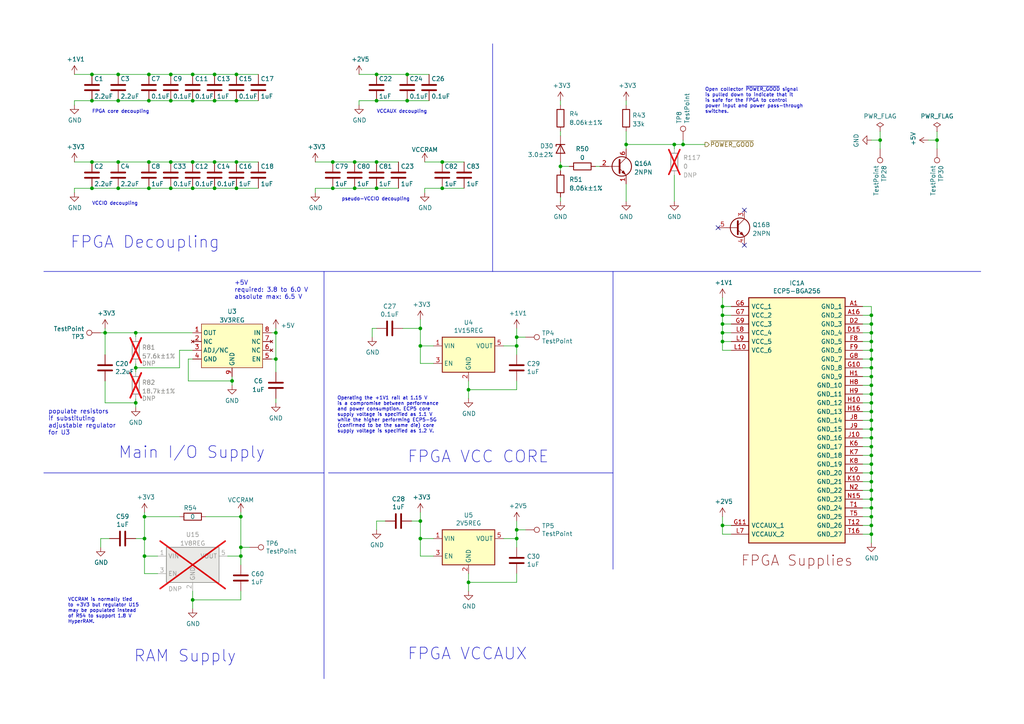
<source format=kicad_sch>
(kicad_sch (version 20231120) (generator "eeschema") (generator_version "8.0")
  (paper "A4")
  (title_block (title "Cynthion") (date "${DATE}") (rev "${VERSION}") (company "Copyright 2019-2023 Great Scott Gadgets") (comment 1 "Licensed under the CERN-OHL-P v2"))
  (junction (at 102.87 54.61))
  (junction (at 68.58 29.21))
  (junction (at 39.37 96.52))
  (junction (at 252.73 114.3))
  (junction (at 209.55 96.52))
  (junction (at 271.78 40.64))
  (junction (at 252.73 154.94))
  (junction (at 68.58 21.59))
  (junction (at 62.23 21.59))
  (junction (at 128.27 46.99))
  (junction (at 69.85 158.75))
  (junction (at 252.73 147.32))
  (junction (at 209.55 99.06))
  (junction (at 252.73 106.68))
  (junction (at 252.73 139.7))
  (junction (at 26.67 21.59))
  (junction (at 62.23 54.61))
  (junction (at 252.73 124.46))
  (junction (at 209.55 152.4))
  (junction (at 181.61 41.91))
  (junction (at 49.53 46.99))
  (junction (at 26.67 54.61))
  (junction (at 209.55 88.9))
  (junction (at 43.18 21.59))
  (junction (at 252.73 142.24))
  (junction (at 109.22 46.99))
  (junction (at 49.53 29.21))
  (junction (at 252.73 129.54))
  (junction (at 69.85 149.86))
  (junction (at 26.67 46.99))
  (junction (at 252.73 104.14))
  (junction (at 252.73 132.08))
  (junction (at 252.73 91.44))
  (junction (at 55.88 54.61))
  (junction (at 41.91 156.21))
  (junction (at 135.89 113.03))
  (junction (at 34.29 46.99))
  (junction (at 252.73 144.78))
  (junction (at 121.92 100.33))
  (junction (at 41.91 161.29))
  (junction (at 55.88 21.59))
  (junction (at 43.18 54.61))
  (junction (at 195.58 41.91))
  (junction (at 49.53 54.61))
  (junction (at 209.55 93.98))
  (junction (at 68.58 46.99))
  (junction (at 252.73 96.52))
  (junction (at 149.86 156.21))
  (junction (at 252.73 137.16))
  (junction (at 43.18 46.99))
  (junction (at 121.92 151.13))
  (junction (at 49.53 21.59))
  (junction (at 55.88 29.21))
  (junction (at 34.29 54.61))
  (junction (at 252.73 99.06))
  (junction (at 34.29 21.59))
  (junction (at 252.73 116.84))
  (junction (at 252.73 119.38))
  (junction (at 162.56 48.26))
  (junction (at 252.73 149.86))
  (junction (at 55.88 173.99))
  (junction (at 121.92 95.25))
  (junction (at 55.88 46.99))
  (junction (at 96.52 54.61))
  (junction (at 67.31 110.49))
  (junction (at 68.58 54.61))
  (junction (at 41.91 149.86))
  (junction (at 149.86 97.79))
  (junction (at 96.52 46.99))
  (junction (at 30.48 96.52))
  (junction (at 252.73 127))
  (junction (at 252.73 152.4))
  (junction (at 252.73 111.76))
  (junction (at 149.86 153.67))
  (junction (at 118.11 29.21))
  (junction (at 80.01 104.14))
  (junction (at 39.37 106.68))
  (junction (at 62.23 46.99))
  (junction (at 149.86 100.33))
  (junction (at 118.11 21.59))
  (junction (at 252.73 121.92))
  (junction (at 69.85 161.29))
  (junction (at 26.67 29.21))
  (junction (at 109.22 21.59))
  (junction (at 34.29 29.21))
  (junction (at 255.27 40.64))
  (junction (at 109.22 54.61))
  (junction (at 80.01 96.52))
  (junction (at 43.18 29.21))
  (junction (at 252.73 109.22))
  (junction (at 109.22 29.21))
  (junction (at 128.27 54.61))
  (junction (at 252.73 93.98))
  (junction (at 39.37 116.84))
  (junction (at 252.73 101.6))
  (junction (at 102.87 46.99))
  (junction (at 252.73 134.62))
  (junction (at 121.92 156.21))
  (junction (at 62.23 29.21))
  (junction (at 135.89 168.91))
  (junction (at 209.55 91.44))
  (junction (at 198.12 41.91))
  (no_connect (at 208.28 66.04))
  (no_connect (at 215.9 60.96))
  (no_connect (at 215.9 71.12))
  (wire (pts (xy 39.37 156.21) (xy 41.91 156.21)))
  (wire (pts (xy 250.19 127) (xy 252.73 127)))
  (wire (pts (xy 149.86 97.79) (xy 152.4 97.79)))
  (wire (pts (xy 91.44 46.99) (xy 96.52 46.99)))
  (wire (pts (xy 55.88 104.14) (xy 54.61 104.14)))
  (wire (pts (xy 250.19 137.16) (xy 252.73 137.16)))
  (wire (pts (xy 54.61 110.49) (xy 67.31 110.49)))
  (wire (pts (xy 45.72 161.29) (xy 41.91 161.29)))
  (wire (pts (xy 30.48 96.52) (xy 30.48 102.87)))
  (wire (pts (xy 121.92 156.21) (xy 121.92 161.29)))
  (wire (pts (xy 209.55 101.6) (xy 212.09 101.6)))
  (wire (pts (xy 68.58 29.21) (xy 62.23 29.21)))
  (wire (pts (xy 195.58 43.18) (xy 195.58 41.91)))
  (wire (pts (xy 209.55 91.44) (xy 209.55 93.98)))
  (wire (pts (xy 134.62 54.61) (xy 128.27 54.61)))
  (wire (pts (xy 252.73 119.38) (xy 252.73 121.92)))
  (wire (pts (xy 212.09 96.52) (xy 209.55 96.52)))
  (wire (pts (xy 209.55 99.06) (xy 209.55 101.6)))
  (wire (pts (xy 39.37 116.84) (xy 39.37 118.11)))
  (wire (pts (xy 195.58 41.91) (xy 198.12 41.91)))
  (wire (pts (xy 39.37 106.68) (xy 52.07 106.68)))
  (wire (pts (xy 69.85 173.99) (xy 55.88 173.99)))
  (wire (pts (xy 271.78 43.18) (xy 271.78 40.64)))
  (wire (pts (xy 68.58 46.99) (xy 74.93 46.99)))
  (wire (pts (xy 252.73 124.46) (xy 252.73 127)))
  (wire (pts (xy 252.73 106.68) (xy 252.73 109.22)))
  (wire (pts (xy 250.19 134.62) (xy 252.73 134.62)))
  (wire (pts (xy 80.01 104.14) (xy 80.01 96.52)))
  (wire (pts (xy 250.19 111.76) (xy 252.73 111.76)))
  (wire (pts (xy 252.73 147.32) (xy 252.73 149.86)))
  (wire (pts (xy 80.01 115.57) (xy 80.01 116.84)))
  (wire (pts (xy 121.92 105.41) (xy 125.73 105.41)))
  (wire (pts (xy 109.22 153.67) (xy 109.22 151.13)))
  (wire (pts (xy 250.19 114.3) (xy 252.73 114.3)))
  (wire (pts (xy 69.85 158.75) (xy 69.85 161.29)))
  (wire (pts (xy 209.55 149.86) (xy 209.55 152.4)))
  (wire (pts (xy 149.86 95.25) (xy 149.86 97.79)))
  (wire (pts (xy 252.73 101.6) (xy 252.73 104.14)))
  (wire (pts (xy 252.73 149.86) (xy 252.73 152.4)))
  (wire (pts (xy 149.86 153.67) (xy 149.86 156.21)))
  (wire (pts (xy 212.09 99.06) (xy 209.55 99.06)))
  (wire (pts (xy 26.67 54.61) (xy 34.29 54.61)))
  (wire (pts (xy 121.92 151.13) (xy 121.92 156.21)))
  (wire (pts (xy 107.95 97.79) (xy 107.95 95.25)))
  (wire (pts (xy 250.19 119.38) (xy 252.73 119.38)))
  (polyline (pts (xy 93.98 78.74) (xy 93.98 196.85)))
  (wire (pts (xy 109.22 29.21) (xy 104.14 29.21)))
  (wire (pts (xy 41.91 156.21) (xy 41.91 161.29)))
  (wire (pts (xy 123.19 46.99) (xy 128.27 46.99)))
  (wire (pts (xy 62.23 21.59) (xy 68.58 21.59)))
  (wire (pts (xy 252.73 142.24) (xy 252.73 144.78)))
  (wire (pts (xy 162.56 38.1) (xy 162.56 39.37)))
  (wire (pts (xy 212.09 152.4) (xy 209.55 152.4)))
  (wire (pts (xy 212.09 91.44) (xy 209.55 91.44)))
  (wire (pts (xy 104.14 29.21) (xy 104.14 30.48)))
  (wire (pts (xy 255.27 40.64) (xy 255.27 38.1)))
  (wire (pts (xy 68.58 54.61) (xy 62.23 54.61)))
  (wire (pts (xy 162.56 57.15) (xy 162.56 58.42)))
  (wire (pts (xy 252.73 99.06) (xy 252.73 101.6)))
  (wire (pts (xy 172.72 48.26) (xy 173.99 48.26)))
  (wire (pts (xy 250.19 142.24) (xy 252.73 142.24)))
  (wire (pts (xy 41.91 148.59) (xy 41.91 149.86)))
  (wire (pts (xy 250.19 116.84) (xy 252.73 116.84)))
  (wire (pts (xy 250.19 99.06) (xy 252.73 99.06)))
  (wire (pts (xy 146.05 156.21) (xy 149.86 156.21)))
  (wire (pts (xy 252.73 139.7) (xy 252.73 142.24)))
  (wire (pts (xy 250.19 124.46) (xy 252.73 124.46)))
  (wire (pts (xy 116.84 95.25) (xy 121.92 95.25)))
  (wire (pts (xy 39.37 105.41) (xy 39.37 106.68)))
  (wire (pts (xy 181.61 41.91) (xy 195.58 41.91)))
  (wire (pts (xy 118.11 21.59) (xy 124.46 21.59)))
  (wire (pts (xy 26.67 46.99) (xy 34.29 46.99)))
  (wire (pts (xy 181.61 38.1) (xy 181.61 41.91)))
  (wire (pts (xy 54.61 104.14) (xy 54.61 110.49)))
  (wire (pts (xy 162.56 48.26) (xy 165.1 48.26)))
  (wire (pts (xy 181.61 30.48) (xy 181.61 29.21)))
  (wire (pts (xy 67.31 110.49) (xy 67.31 111.76)))
  (wire (pts (xy 250.19 139.7) (xy 252.73 139.7)))
  (wire (pts (xy 252.73 109.22) (xy 252.73 111.76)))
  (wire (pts (xy 252.73 129.54) (xy 252.73 132.08)))
  (wire (pts (xy 250.19 144.78) (xy 252.73 144.78)))
  (polyline (pts (xy 12.7 78.74) (xy 284.48 78.74)))
  (wire (pts (xy 252.73 144.78) (xy 252.73 147.32)))
  (wire (pts (xy 39.37 96.52) (xy 55.88 96.52)))
  (wire (pts (xy 62.23 29.21) (xy 55.88 29.21)))
  (wire (pts (xy 121.92 100.33) (xy 121.92 105.41)))
  (wire (pts (xy 209.55 154.94) (xy 209.55 152.4)))
  (wire (pts (xy 271.78 40.64) (xy 271.78 38.1)))
  (wire (pts (xy 149.86 168.91) (xy 135.89 168.91)))
  (wire (pts (xy 62.23 46.99) (xy 68.58 46.99)))
  (wire (pts (xy 250.19 96.52) (xy 252.73 96.52)))
  (wire (pts (xy 52.07 106.68) (xy 52.07 101.6)))
  (wire (pts (xy 252.73 152.4) (xy 252.73 154.94)))
  (wire (pts (xy 135.89 110.49) (xy 135.89 113.03)))
  (wire (pts (xy 181.61 53.34) (xy 181.61 58.42)))
  (wire (pts (xy 109.22 29.21) (xy 118.11 29.21)))
  (polyline (pts (xy 95.25 137.16) (xy 177.8 137.16)))
  (wire (pts (xy 250.19 149.86) (xy 252.73 149.86)))
  (wire (pts (xy 69.85 148.59) (xy 69.85 149.86)))
  (wire (pts (xy 29.21 158.75) (xy 29.21 156.21)))
  (wire (pts (xy 69.85 149.86) (xy 69.85 158.75)))
  (wire (pts (xy 252.73 93.98) (xy 252.73 96.52)))
  (wire (pts (xy 212.09 154.94) (xy 209.55 154.94)))
  (polyline (pts (xy 93.98 137.16) (xy 12.7 137.16)))
  (wire (pts (xy 135.89 168.91) (xy 135.89 171.45)))
  (wire (pts (xy 109.22 46.99) (xy 115.57 46.99)))
  (wire (pts (xy 250.19 129.54) (xy 252.73 129.54)))
  (wire (pts (xy 43.18 21.59) (xy 49.53 21.59)))
  (wire (pts (xy 80.01 96.52) (xy 78.74 96.52)))
  (wire (pts (xy 209.55 96.52) (xy 209.55 99.06)))
  (wire (pts (xy 149.86 166.37) (xy 149.86 168.91)))
  (polyline (pts (xy 142.875 78.74) (xy 142.875 12.7)))
  (wire (pts (xy 125.73 100.33) (xy 121.92 100.33)))
  (wire (pts (xy 41.91 149.86) (xy 52.07 149.86)))
  (wire (pts (xy 39.37 106.68) (xy 39.37 107.95)))
  (wire (pts (xy 59.69 149.86) (xy 69.85 149.86)))
  (wire (pts (xy 250.19 106.68) (xy 252.73 106.68)))
  (wire (pts (xy 125.73 156.21) (xy 121.92 156.21)))
  (wire (pts (xy 123.19 55.88) (xy 123.19 54.61)))
  (wire (pts (xy 121.92 161.29) (xy 125.73 161.29)))
  (wire (pts (xy 135.89 113.03) (xy 135.89 115.57)))
  (wire (pts (xy 252.73 121.92) (xy 252.73 124.46)))
  (polyline (pts (xy 177.8 78.74) (xy 177.8 165.1)))
  (wire (pts (xy 252.73 114.3) (xy 252.73 116.84)))
  (wire (pts (xy 119.38 151.13) (xy 121.92 151.13)))
  (wire (pts (xy 198.12 41.91) (xy 198.12 40.64)))
  (wire (pts (xy 162.56 29.21) (xy 162.56 30.48)))
  (wire (pts (xy 181.61 43.18) (xy 181.61 41.91)))
  (wire (pts (xy 149.86 158.75) (xy 149.86 156.21)))
  (wire (pts (xy 252.73 132.08) (xy 252.73 134.62)))
  (wire (pts (xy 30.48 96.52) (xy 39.37 96.52)))
  (wire (pts (xy 91.44 54.61) (xy 91.44 55.88)))
  (wire (pts (xy 250.19 147.32) (xy 252.73 147.32)))
  (wire (pts (xy 252.73 137.16) (xy 252.73 139.7)))
  (wire (pts (xy 252.73 134.62) (xy 252.73 137.16)))
  (wire (pts (xy 162.56 46.99) (xy 162.56 48.26)))
  (wire (pts (xy 26.67 29.21) (xy 21.59 29.21)))
  (wire (pts (xy 212.09 88.9) (xy 209.55 88.9)))
  (wire (pts (xy 162.56 48.26) (xy 162.56 49.53)))
  (wire (pts (xy 21.59 21.59) (xy 26.67 21.59)))
  (wire (pts (xy 21.59 46.99) (xy 26.67 46.99)))
  (wire (pts (xy 195.58 50.8) (xy 195.58 58.42)))
  (wire (pts (xy 252.73 127) (xy 252.73 129.54)))
  (wire (pts (xy 69.85 171.45) (xy 69.85 173.99)))
  (wire (pts (xy 250.19 121.92) (xy 252.73 121.92)))
  (wire (pts (xy 149.86 97.79) (xy 149.86 100.33)))
  (wire (pts (xy 121.92 95.25) (xy 121.92 100.33)))
  (wire (pts (xy 39.37 116.84) (xy 39.37 115.57)))
  (wire (pts (xy 109.22 151.13) (xy 111.76 151.13)))
  (wire (pts (xy 55.88 29.21) (xy 49.53 29.21)))
  (wire (pts (xy 72.39 158.75) (xy 69.85 158.75)))
  (wire (pts (xy 252.73 104.14) (xy 252.73 106.68)))
  (wire (pts (xy 96.52 54.61) (xy 91.44 54.61)))
  (wire (pts (xy 26.67 54.61) (xy 21.59 54.61)))
  (wire (pts (xy 149.86 113.03) (xy 135.89 113.03)))
  (wire (pts (xy 209.55 88.9) (xy 209.55 91.44)))
  (wire (pts (xy 96.52 46.99) (xy 102.87 46.99)))
  (wire (pts (xy 34.29 46.99) (xy 43.18 46.99)))
  (wire (pts (xy 121.92 92.71) (xy 121.92 95.25)))
  (wire (pts (xy 124.46 29.21) (xy 118.11 29.21)))
  (wire (pts (xy 250.19 109.22) (xy 252.73 109.22)))
  (wire (pts (xy 252.73 40.64) (xy 255.27 40.64)))
  (wire (pts (xy 49.53 29.21) (xy 43.18 29.21)))
  (wire (pts (xy 41.91 149.86) (xy 41.91 156.21)))
  (wire (pts (xy 128.27 46.99) (xy 134.62 46.99)))
  (wire (pts (xy 212.09 93.98) (xy 209.55 93.98)))
  (wire (pts (xy 135.89 166.37) (xy 135.89 168.91)))
  (wire (pts (xy 34.29 21.59) (xy 43.18 21.59)))
  (wire (pts (xy 55.88 21.59) (xy 62.23 21.59)))
  (wire (pts (xy 121.92 148.59) (xy 121.92 151.13)))
  (wire (pts (xy 209.55 93.98) (xy 209.55 96.52)))
  (wire (pts (xy 55.88 173.99) (xy 55.88 176.53)))
  (wire (pts (xy 115.57 54.61) (xy 109.22 54.61)))
  (wire (pts (xy 41.91 166.37) (xy 45.72 166.37)))
  (wire (pts (xy 250.19 152.4) (xy 252.73 152.4)))
  (wire (pts (xy 252.73 91.44) (xy 252.73 93.98)))
  (wire (pts (xy 104.14 21.59) (xy 109.22 21.59)))
  (wire (pts (xy 55.88 171.45) (xy 55.88 173.99)))
  (wire (pts (xy 43.18 54.61) (xy 49.53 54.61)))
  (wire (pts (xy 252.73 96.52) (xy 252.73 99.06)))
  (wire (pts (xy 21.59 29.21) (xy 21.59 30.48)))
  (wire (pts (xy 34.29 54.61) (xy 43.18 54.61)))
  (wire (pts (xy 62.23 54.61) (xy 55.88 54.61)))
  (wire (pts (xy 250.19 91.44) (xy 252.73 91.44)))
  (wire (pts (xy 30.48 116.84) (xy 30.48 110.49)))
  (wire (pts (xy 68.58 21.59) (xy 74.93 21.59)))
  (wire (pts (xy 209.55 86.36) (xy 209.55 88.9)))
  (wire (pts (xy 255.27 43.18) (xy 255.27 40.64)))
  (wire (pts (xy 109.22 54.61) (xy 102.87 54.61)))
  (wire (pts (xy 250.19 104.14) (xy 252.73 104.14)))
  (wire (pts (xy 252.73 88.9) (xy 252.73 91.44)))
  (wire (pts (xy 107.95 95.25) (xy 109.22 95.25)))
  (wire (pts (xy 198.12 41.91) (xy 204.47 41.91)))
  (wire (pts (xy 49.53 21.59) (xy 55.88 21.59)))
  (wire (pts (xy 146.05 100.33) (xy 149.86 100.33)))
  (wire (pts (xy 55.88 46.99) (xy 62.23 46.99)))
  (wire (pts (xy 78.74 104.14) (xy 80.01 104.14)))
  (wire (pts (xy 109.22 21.59) (xy 118.11 21.59)))
  (wire (pts (xy 66.04 161.29) (xy 69.85 161.29)))
  (wire (pts (xy 250.19 88.9) (xy 252.73 88.9)))
  (wire (pts (xy 30.48 96.52) (xy 30.48 95.25)))
  (wire (pts (xy 41.91 161.29) (xy 41.91 166.37)))
  (wire (pts (xy 34.29 29.21) (xy 43.18 29.21)))
  (wire (pts (xy 102.87 46.99) (xy 109.22 46.99)))
  (wire (pts (xy 152.4 153.67) (xy 149.86 153.67)))
  (wire (pts (xy 250.19 101.6) (xy 252.73 101.6)))
  (wire (pts (xy 250.19 93.98) (xy 252.73 93.98)))
  (wire (pts (xy 149.86 100.33) (xy 149.86 102.87)))
  (wire (pts (xy 96.52 54.61) (xy 102.87 54.61)))
  (wire (pts (xy 39.37 97.79) (xy 39.37 96.52)))
  (wire (pts (xy 250.19 154.94) (xy 252.73 154.94)))
  (wire (pts (xy 269.24 40.64) (xy 271.78 40.64)))
  (wire (pts (xy 69.85 163.83) (xy 69.85 161.29)))
  (wire (pts (xy 80.01 95.25) (xy 80.01 96.52)))
  (wire (pts (xy 29.21 156.21) (xy 31.75 156.21)))
  (wire (pts (xy 21.59 54.61) (xy 21.59 55.88)))
  (wire (pts (xy 149.86 151.13) (xy 149.86 153.67)))
  (wire (pts (xy 123.19 54.61) (xy 128.27 54.61)))
  (wire (pts (xy 49.53 46.99) (xy 55.88 46.99)))
  (wire (pts (xy 43.18 46.99) (xy 49.53 46.99)))
  (wire (pts (xy 67.31 109.22) (xy 67.31 110.49)))
  (wire (pts (xy 252.73 111.76) (xy 252.73 114.3)))
  (wire (pts (xy 26.67 29.21) (xy 34.29 29.21)))
  (wire (pts (xy 74.93 29.21) (xy 68.58 29.21)))
  (wire (pts (xy 30.48 96.52) (xy 29.21 96.52)))
  (wire (pts (xy 80.01 107.95) (xy 80.01 104.14)))
  (wire (pts (xy 49.53 54.61) (xy 55.88 54.61)))
  (wire (pts (xy 30.48 116.84) (xy 39.37 116.84)))
  (wire (pts (xy 52.07 101.6) (xy 55.88 101.6)))
  (wire (pts (xy 26.67 21.59) (xy 34.29 21.59)))
  (wire (pts (xy 252.73 116.84) (xy 252.73 119.38)))
  (wire (pts (xy 74.93 54.61) (xy 68.58 54.61)))
  (wire (pts (xy 149.86 110.49) (xy 149.86 113.03)))
  (wire (pts (xy 250.19 132.08) (xy 252.73 132.08)))
  (wire (pts (xy 252.73 154.94) (xy 252.73 157.48)))
  (text "VCCIO decoupling" (at 26.67 59.69 0) (effects (font (size 0.9906 0.9906)) (justify left bottom)))
  (text "FPGA VCC CORE" (at 118.11 134.62 0) (effects (font (size 3.4036 3.4036)) (justify left bottom)))
  (text "FPGA Decoupling" (at 20.32 72.39 0) (effects (font (size 3.4036 3.4036)) (justify left bottom)))
  (text "FPGA core decoupling" (at 26.67 33.02 0) (effects (font (size 0.9906 0.9906)) (justify left bottom)))
  (text "+5V\nrequired: 3.8 to 6.0 V\nabsolute max: 6.5 V" (at 67.945 86.995 0) (effects (font (size 1.27 1.27)) (justify left bottom)))
  (text "VCCRAM is normally tied\nto +3V3 but regulator U15\nmay be populated instead\nof R54 to support 1.8 V\nHyperRAM." (at 19.685 180.975 0) (effects (font (size 0.9906 0.9906)) (justify left bottom)))
  (text "Open collector ~{POWER_GOOD} signal\nis pulled down to indicate that it\nis safe for the FPGA to control\npower input and power pass-through\nswitches.\n" (at 204.47 33.02 0) (effects (font (size 0.9906 0.9906)) (justify left bottom)))
  (text "VCCAUX decoupling" (at 109.22 33.02 0) (effects (font (size 0.9906 0.9906)) (justify left bottom)))
  (text "FPGA VCCAUX" (at 118.11 191.77 0) (effects (font (size 3.4036 3.4036)) (justify left bottom)))
  (text "Main I/O Supply" (at 34.29 133.35 0) (effects (font (size 3.4036 3.4036)) (justify left bottom)))
  (text "populate resistors\nif substituting\nadjustable regulator\nfor U3" (at 13.97 126.365 0) (effects (font (size 1.27 1.27)) (justify left bottom)))
  (text "RAM Supply" (at 38.735 192.405 0) (effects (font (size 3.4036 3.4036)) (justify left bottom)))
  (text "Operating the +1V1 rail at 1.15 V\nis a compromise between performance\nand power consumption. ECP5 core\nsupply voltage is specified as 1.1 V\nwhile the higher performing ECP5-5G\n(confirmed to be the same die) core\nsupply voltage is specified as 1.2 V.\n" (at 97.79 125.73 0) (effects (font (size 0.9906 0.9906)) (justify left bottom)))
  (text "pseudo-VCCIO decoupling" (at 99.06 58.42 0) (effects (font (size 0.9906 0.9906)) (justify left bottom)))
  (hierarchical_label "~{POWER_GOOD}" (shape output) (at 204.47 41.91 0))
  (symbol (lib_id "fpgas_and_processors:ECP5-BGA256") (at 212.09 86.36 0) (unit 1)
    (property "Reference" "IC1" (at 231.14 82.0928 0))
    (property "Value" "ECP5-BGA256" (at 231.14 84.4042 0))
    (property "Footprint" "cynthion:lattice_cabga256" (effects (hide yes)))
    (property "Description" "FPGA - Field Programmable Gate Array ECP5; 12k LUTs; 1.1V" (effects (hide yes)))
    (property "Manufacturer" "Lattice" (effects (hide yes)))
    (property "Part Number" "LFE5U-12F-6BG256C" (effects (hide yes)))
    (property "Substitution" "LFE5U-12F-*BG256*, LFE5U-25F-*BG256*" (effects (hide yes)))
  )
  (symbol (lib_id "power:GND") (at 252.73 157.48 0) (unit 1)
    (property "Reference" "#PWR038" (effects (hide yes)))
    (property "Value" "GND" (at 252.857 161.8742 0))
  )
  (symbol (lib_id "power:+2V5") (at 209.55 149.86 0) (unit 1)
    (property "Reference" "#PWR037" (effects (hide yes)))
    (property "Value" "+2V5" (at 209.931 145.4658 0))
  )
  (symbol (lib_id "power:+1V1") (at 209.55 86.36 0) (unit 1)
    (property "Reference" "#PWR036" (effects (hide yes)))
    (property "Value" "+1V1" (at 209.931 81.9658 0))
  )
  (symbol (lib_id "power:+3V3") (at 121.92 148.59 0) (unit 1)
    (property "Reference" "#PWR031" (effects (hide yes)))
    (property "Value" "+3V3" (at 122.301 144.1958 0))
  )
  (symbol (lib_id "power:GND") (at 135.89 171.45 0) (unit 1)
    (property "Reference" "#PWR033" (effects (hide yes)))
    (property "Value" "GND" (at 136.017 175.8442 0))
  )
  (symbol (lib_id "Device:C") (at 115.57 151.13 270) (unit 1)
    (property "Reference" "C28" (at 115.57 144.7292 90))
    (property "Value" "1uF" (at 115.57 147.0406 90))
    (property "Footprint" "Capacitor_SMD:C_0402_1005Metric" (effects (hide yes)))
    (property "Description" "CAP CER 1UF 6.3V X5R 0402 20%" (effects (hide yes)))
    (property "Part Number" "CL05A105MQ5NNNC" (effects (hide yes)))
    (property "Substitution" "CL05A105KQ5NNNC, CL05A105KP5NNNC, CL05A105KO5NNNC" (effects (hide yes)))
    (property "Manufacturer" "Samsung" (effects (hide yes)))
    (property "LCSC#" "C318573" (effects (hide yes)))
  )
  (symbol (lib_id "power:GND") (at 109.22 153.67 0) (unit 1)
    (property "Reference" "#PWR029" (effects (hide yes)))
    (property "Value" "GND" (at 109.347 158.0642 0))
  )
  (symbol (lib_id "Device:C") (at 149.86 162.56 0) (unit 1)
    (property "Reference" "C30" (at 152.781 161.3916 0) (effects (justify left)))
    (property "Value" "1uF" (at 152.781 163.703 0) (effects (justify left)))
    (property "Footprint" "Capacitor_SMD:C_0402_1005Metric" (effects (hide yes)))
    (property "Description" "CAP CER 1UF 6.3V X5R 0402 20%" (effects (hide yes)))
    (property "Part Number" "CL05A105MQ5NNNC" (effects (hide yes)))
    (property "Substitution" "CL05A105KQ5NNNC, CL05A105KP5NNNC, CL05A105KO5NNNC" (effects (hide yes)))
    (property "Manufacturer" "Samsung" (effects (hide yes)))
    (property "LCSC#" "C318573" (effects (hide yes)))
  )
  (symbol (lib_id "Regulator_Linear:MIC5504-2.5YM5") (at 135.89 158.75 0) (unit 1)
    (property "Reference" "U5" (at 135.89 149.4282 0))
    (property "Value" "2V5REG" (at 135.89 151.7396 0))
    (property "Footprint" "Package_TO_SOT_SMD:SOT-23-5" (effects (hide yes)))
    (property "Datasheet" "http://ww1.microchip.com/downloads/en/DeviceDoc/MIC550X.pdf" (effects (hide yes)))
    (property "Description" "IC REG LINEAR 2.5V 300MA SOT23-5" (effects (hide yes)))
    (property "Manufacturer" "Microchip" (effects (hide yes)))
    (property "Part Number" "MIC5504-2.5YM5-TR" (effects (hide yes)))
  )
  (symbol (lib_id "power:+2V5") (at 149.86 151.13 0) (unit 1)
    (property "Reference" "#PWR035" (effects (hide yes)))
    (property "Value" "+2V5" (at 150.241 146.7358 0))
  )
  (symbol (lib_id "Device:C") (at 30.48 106.68 0) (unit 1)
    (property "Reference" "C20" (at 33.401 105.5116 0) (effects (justify left)))
    (property "Value" "2.2uF" (at 33.401 107.823 0) (effects (justify left)))
    (property "Footprint" "Capacitor_SMD:C_0603_1608Metric" (effects (hide yes)))
    (property "Description" "CAP CER 2.2UF 10V X5R 0603" (effects (hide yes)))
    (property "Manufacturer" "Samsung" (effects (hide yes)))
    (property "Part Number" "CL10A225KP8NNNC" (effects (hide yes)))
    (property "Substitution" "any equivalent" (effects (hide yes)))
    (property "LCSC#" "C1607" (effects (hide yes)))
  )
  (symbol (lib_id "power:+3V3") (at 30.48 95.25 0) (unit 1)
    (property "Reference" "#PWR023" (effects (hide yes)))
    (property "Value" "+3V3" (at 30.861 90.8558 0))
  )
  (symbol (lib_id "power:GND") (at 135.89 115.57 0) (unit 1)
    (property "Reference" "#PWR032" (effects (hide yes)))
    (property "Value" "GND" (at 136.017 119.9642 0))
  )
  (symbol (lib_id "Device:C") (at 113.03 95.25 270) (unit 1)
    (property "Reference" "C27" (at 113.03 88.8492 90))
    (property "Value" "0.1uF" (at 113.03 91.1606 90))
    (property "Footprint" "Capacitor_SMD:C_0402_1005Metric" (effects (hide yes)))
    (property "Description" "CAP CER 0.1UF 25V X5R 0402" (effects (hide yes)))
    (property "Part Number" "CL05A104KA5NNNC" (effects (hide yes)))
    (property "Substitution" "any equivalent" (effects (hide yes)))
    (property "Manufacturer" "Samsung" (effects (hide yes)))
    (property "LCSC#" "C100072" (effects (hide yes)))
  )
  (symbol (lib_id "power:GND") (at 107.95 97.79 0) (unit 1)
    (property "Reference" "#PWR028" (effects (hide yes)))
    (property "Value" "GND" (at 108.077 102.1842 0))
  )
  (symbol (lib_id "Device:C") (at 149.86 106.68 0) (unit 1)
    (property "Reference" "C29" (at 152.781 105.5116 0) (effects (justify left)))
    (property "Value" "1uF" (at 152.781 107.823 0) (effects (justify left)))
    (property "Footprint" "Capacitor_SMD:C_0402_1005Metric" (effects (hide yes)))
    (property "Description" "CAP CER 1UF 6.3V X5R 0402 20%" (effects (hide yes)))
    (property "Part Number" "CL05A105MQ5NNNC" (effects (hide yes)))
    (property "Substitution" "CL05A105KQ5NNNC, CL05A105KP5NNNC, CL05A105KO5NNNC" (effects (hide yes)))
    (property "Manufacturer" "Samsung" (effects (hide yes)))
    (property "LCSC#" "C318573" (effects (hide yes)))
  )
  (symbol (lib_id "power:+1V1") (at 149.86 95.25 0) (unit 1)
    (property "Reference" "#PWR034" (effects (hide yes)))
    (property "Value" "+1V1" (at 150.241 90.8558 0))
  )
  (symbol (lib_id "Device:C") (at 43.18 25.4 0) (unit 1)
    (property "Reference" "C7" (at 43.815 22.86 0) (effects (justify left)))
    (property "Value" "0.1uF" (at 43.815 27.94 0) (effects (justify left)))
    (property "Footprint" "Capacitor_SMD:C_0402_1005Metric" (effects (hide yes)))
    (property "Description" "CAP CER 0.1UF 25V X5R 0402" (effects (hide yes)))
    (property "Part Number" "CL05A104KA5NNNC" (effects (hide yes)))
    (property "Substitution" "any equivalent" (effects (hide yes)))
    (property "Manufacturer" "Samsung" (effects (hide yes)))
    (property "LCSC#" "C100072" (effects (hide yes)))
  )
  (symbol (lib_id "Device:C") (at 49.53 25.4 0) (unit 1)
    (property "Reference" "C9" (at 50.165 22.86 0) (effects (justify left)))
    (property "Value" "0.1uF" (at 50.165 27.94 0) (effects (justify left)))
    (property "Footprint" "Capacitor_SMD:C_0402_1005Metric" (effects (hide yes)))
    (property "Description" "CAP CER 0.1UF 25V X5R 0402" (effects (hide yes)))
    (property "Part Number" "CL05A104KA5NNNC" (effects (hide yes)))
    (property "Substitution" "any equivalent" (effects (hide yes)))
    (property "Manufacturer" "Samsung" (effects (hide yes)))
    (property "LCSC#" "C100072" (effects (hide yes)))
  )
  (symbol (lib_id "Device:C") (at 55.88 25.4 0) (unit 1)
    (property "Reference" "C11" (at 56.515 22.86 0) (effects (justify left)))
    (property "Value" "0.1uF" (at 56.515 27.94 0) (effects (justify left)))
    (property "Footprint" "Capacitor_SMD:C_0402_1005Metric" (effects (hide yes)))
    (property "Description" "CAP CER 0.1UF 25V X5R 0402" (effects (hide yes)))
    (property "Part Number" "CL05A104KA5NNNC" (effects (hide yes)))
    (property "Substitution" "any equivalent" (effects (hide yes)))
    (property "Manufacturer" "Samsung" (effects (hide yes)))
    (property "LCSC#" "C100072" (effects (hide yes)))
  )
  (symbol (lib_id "Device:C") (at 62.23 25.4 0) (unit 1)
    (property "Reference" "C13" (at 62.865 22.86 0) (effects (justify left)))
    (property "Value" "1uF" (at 62.865 27.94 0) (effects (justify left)))
    (property "Footprint" "Capacitor_SMD:C_0402_1005Metric" (effects (hide yes)))
    (property "Description" "CAP CER 1UF 6.3V X5R 0402 20%" (effects (hide yes)))
    (property "Part Number" "CL05A105MQ5NNNC" (effects (hide yes)))
    (property "Substitution" "CL05A105KQ5NNNC, CL05A105KP5NNNC, CL05A105KO5NNNC" (effects (hide yes)))
    (property "Manufacturer" "Samsung" (effects (hide yes)))
    (property "LCSC#" "C318573" (effects (hide yes)))
  )
  (symbol (lib_id "Device:C") (at 68.58 25.4 0) (unit 1)
    (property "Reference" "C15" (at 69.215 22.86 0) (effects (justify left)))
    (property "Value" "0.1uF" (at 69.215 27.94 0) (effects (justify left)))
    (property "Footprint" "Capacitor_SMD:C_0402_1005Metric" (effects (hide yes)))
    (property "Description" "CAP CER 0.1UF 25V X5R 0402" (effects (hide yes)))
    (property "Part Number" "CL05A104KA5NNNC" (effects (hide yes)))
    (property "Substitution" "any equivalent" (effects (hide yes)))
    (property "Manufacturer" "Samsung" (effects (hide yes)))
    (property "LCSC#" "C100072" (effects (hide yes)))
  )
  (symbol (lib_id "Device:C") (at 74.93 25.4 0) (unit 1)
    (property "Reference" "C17" (at 75.565 22.86 0) (effects (justify left)))
    (property "Value" "1uF" (at 75.565 27.94 0) (effects (justify left)))
    (property "Footprint" "Capacitor_SMD:C_0402_1005Metric" (effects (hide yes)))
    (property "Description" "CAP CER 1UF 6.3V X5R 0402 20%" (effects (hide yes)))
    (property "Part Number" "CL05A105MQ5NNNC" (effects (hide yes)))
    (property "Substitution" "CL05A105KQ5NNNC, CL05A105KP5NNNC, CL05A105KO5NNNC" (effects (hide yes)))
    (property "Manufacturer" "Samsung" (effects (hide yes)))
    (property "LCSC#" "C318573" (effects (hide yes)))
  )
  (symbol (lib_id "Device:C") (at 34.29 25.4 0) (unit 1)
    (property "Reference" "C3" (at 34.925 22.86 0) (effects (justify left)))
    (property "Value" "2.2uF" (at 34.925 27.94 0) (effects (justify left)))
    (property "Footprint" "Capacitor_SMD:C_0603_1608Metric" (effects (hide yes)))
    (property "Description" "CAP CER 2.2UF 10V X5R 0603" (effects (hide yes)))
    (property "Manufacturer" "Samsung" (effects (hide yes)))
    (property "Part Number" "CL10A225KP8NNNC" (effects (hide yes)))
    (property "Substitution" "any equivalent" (effects (hide yes)))
    (property "LCSC#" "C1607" (effects (hide yes)))
  )
  (symbol (lib_id "Device:C") (at 26.67 25.4 0) (unit 1)
    (property "Reference" "C1" (at 27.305 22.86 0) (effects (justify left)))
    (property "Value" "2.2uF" (at 27.305 27.94 0) (effects (justify left)))
    (property "Footprint" "Capacitor_SMD:C_0603_1608Metric" (effects (hide yes)))
    (property "Description" "CAP CER 2.2UF 10V X5R 0603" (effects (hide yes)))
    (property "Manufacturer" "Samsung" (effects (hide yes)))
    (property "Part Number" "CL10A225KP8NNNC" (effects (hide yes)))
    (property "Substitution" "any equivalent" (effects (hide yes)))
    (property "LCSC#" "C1607" (effects (hide yes)))
  )
  (symbol (lib_id "power:+1V1") (at 21.59 21.59 0) (unit 1)
    (property "Reference" "#PWR012" (effects (hide yes)))
    (property "Value" "+1V1" (at 21.971 17.1958 0))
  )
  (symbol (lib_id "power:GND") (at 21.59 30.48 0) (unit 1)
    (property "Reference" "#PWR013" (effects (hide yes)))
    (property "Value" "GND" (at 21.717 34.8742 0))
  )
  (symbol (lib_id "Device:C") (at 43.18 50.8 0) (unit 1)
    (property "Reference" "C8" (at 43.815 48.26 0) (effects (justify left)))
    (property "Value" "1uF" (at 43.815 53.34 0) (effects (justify left)))
    (property "Footprint" "Capacitor_SMD:C_0402_1005Metric" (effects (hide yes)))
    (property "Description" "CAP CER 1UF 6.3V X5R 0402 20%" (effects (hide yes)))
    (property "Part Number" "CL05A105MQ5NNNC" (effects (hide yes)))
    (property "Substitution" "CL05A105KQ5NNNC, CL05A105KP5NNNC, CL05A105KO5NNNC" (effects (hide yes)))
    (property "Manufacturer" "Samsung" (effects (hide yes)))
    (property "LCSC#" "C318573" (effects (hide yes)))
  )
  (symbol (lib_id "Device:C") (at 55.88 50.8 0) (unit 1)
    (property "Reference" "C12" (at 56.515 48.26 0) (effects (justify left)))
    (property "Value" "0.1uF" (at 56.515 53.34 0) (effects (justify left)))
    (property "Footprint" "Capacitor_SMD:C_0402_1005Metric" (effects (hide yes)))
    (property "Description" "CAP CER 0.1UF 25V X5R 0402" (effects (hide yes)))
    (property "Part Number" "CL05A104KA5NNNC" (effects (hide yes)))
    (property "Substitution" "any equivalent" (effects (hide yes)))
    (property "Manufacturer" "Samsung" (effects (hide yes)))
    (property "LCSC#" "C100072" (effects (hide yes)))
  )
  (symbol (lib_id "Device:C") (at 62.23 50.8 0) (unit 1)
    (property "Reference" "C14" (at 62.865 48.26 0) (effects (justify left)))
    (property "Value" "0.1uF" (at 62.865 53.34 0) (effects (justify left)))
    (property "Footprint" "Capacitor_SMD:C_0402_1005Metric" (effects (hide yes)))
    (property "Description" "CAP CER 0.1UF 25V X5R 0402" (effects (hide yes)))
    (property "Part Number" "CL05A104KA5NNNC" (effects (hide yes)))
    (property "Substitution" "any equivalent" (effects (hide yes)))
    (property "Manufacturer" "Samsung" (effects (hide yes)))
    (property "LCSC#" "C100072" (effects (hide yes)))
  )
  (symbol (lib_id "Device:C") (at 68.58 50.8 0) (unit 1)
    (property "Reference" "C16" (at 69.215 48.26 0) (effects (justify left)))
    (property "Value" "1uF" (at 69.215 53.34 0) (effects (justify left)))
    (property "Footprint" "Capacitor_SMD:C_0402_1005Metric" (effects (hide yes)))
    (property "Description" "CAP CER 1UF 6.3V X5R 0402 20%" (effects (hide yes)))
    (property "Part Number" "CL05A105MQ5NNNC" (effects (hide yes)))
    (property "Substitution" "CL05A105KQ5NNNC, CL05A105KP5NNNC, CL05A105KO5NNNC" (effects (hide yes)))
    (property "Manufacturer" "Samsung" (effects (hide yes)))
    (property "LCSC#" "C318573" (effects (hide yes)))
  )
  (symbol (lib_id "Device:C") (at 74.93 50.8 0) (unit 1)
    (property "Reference" "C18" (at 75.565 48.26 0) (effects (justify left)))
    (property "Value" "1uF" (at 75.565 53.34 0) (effects (justify left)))
    (property "Footprint" "Capacitor_SMD:C_0402_1005Metric" (effects (hide yes)))
    (property "Description" "CAP CER 1UF 6.3V X5R 0402 20%" (effects (hide yes)))
    (property "Part Number" "CL05A105MQ5NNNC" (effects (hide yes)))
    (property "Substitution" "CL05A105KQ5NNNC, CL05A105KP5NNNC, CL05A105KO5NNNC" (effects (hide yes)))
    (property "Manufacturer" "Samsung" (effects (hide yes)))
    (property "LCSC#" "C318573" (effects (hide yes)))
  )
  (symbol (lib_id "Device:C") (at 26.67 50.8 0) (unit 1)
    (property "Reference" "C2" (at 27.305 48.26 0) (effects (justify left)))
    (property "Value" "2.2uF" (at 27.305 53.34 0) (effects (justify left)))
    (property "Footprint" "Capacitor_SMD:C_0603_1608Metric" (effects (hide yes)))
    (property "Description" "CAP CER 2.2UF 10V X5R 0603" (effects (hide yes)))
    (property "Manufacturer" "Samsung" (effects (hide yes)))
    (property "Part Number" "CL10A225KP8NNNC" (effects (hide yes)))
    (property "Substitution" "any equivalent" (effects (hide yes)))
    (property "LCSC#" "C1607" (effects (hide yes)))
  )
  (symbol (lib_id "power:GND") (at 21.59 55.88 0) (unit 1)
    (property "Reference" "#PWR015" (effects (hide yes)))
    (property "Value" "GND" (at 21.717 60.2742 0))
  )
  (symbol (lib_id "Device:C") (at 34.29 50.8 0) (unit 1)
    (property "Reference" "C4" (at 34.925 48.26 0) (effects (justify left)))
    (property "Value" "2.2uF" (at 34.925 53.34 0) (effects (justify left)))
    (property "Footprint" "Capacitor_SMD:C_0603_1608Metric" (effects (hide yes)))
    (property "Description" "CAP CER 2.2UF 10V X5R 0603" (effects (hide yes)))
    (property "Manufacturer" "Samsung" (effects (hide yes)))
    (property "Part Number" "CL10A225KP8NNNC" (effects (hide yes)))
    (property "Substitution" "any equivalent" (effects (hide yes)))
    (property "LCSC#" "C1607" (effects (hide yes)))
  )
  (symbol (lib_id "power:+3V3") (at 21.59 46.99 0) (unit 1)
    (property "Reference" "#PWR014" (effects (hide yes)))
    (property "Value" "+3V3" (at 21.971 42.5958 0))
  )
  (symbol (lib_id "power:GND") (at 104.14 30.48 0) (unit 1)
    (property "Reference" "#PWR027" (effects (hide yes)))
    (property "Value" "GND" (at 104.267 34.8742 0))
  )
  (symbol (lib_id "Device:C") (at 109.22 25.4 0) (unit 1)
    (property "Reference" "C22" (at 109.855 22.86 0) (effects (justify left)))
    (property "Value" "1uF" (at 109.855 27.94 0) (effects (justify left)))
    (property "Footprint" "Capacitor_SMD:C_0402_1005Metric" (effects (hide yes)))
    (property "Description" "CAP CER 1UF 6.3V X5R 0402 20%" (effects (hide yes)))
    (property "Part Number" "CL05A105MQ5NNNC" (effects (hide yes)))
    (property "Substitution" "CL05A105KQ5NNNC, CL05A105KP5NNNC, CL05A105KO5NNNC" (effects (hide yes)))
    (property "Manufacturer" "Samsung" (effects (hide yes)))
    (property "LCSC#" "C318573" (effects (hide yes)))
  )
  (symbol (lib_id "Device:C") (at 124.46 25.4 0) (unit 1)
    (property "Reference" "C26" (at 125.095 22.86 0) (effects (justify left)))
    (property "Value" "0.1uF" (at 125.095 27.94 0) (effects (justify left)))
    (property "Footprint" "Capacitor_SMD:C_0402_1005Metric" (effects (hide yes)))
    (property "Description" "CAP CER 0.1UF 25V X5R 0402" (effects (hide yes)))
    (property "Part Number" "CL05A104KA5NNNC" (effects (hide yes)))
    (property "Substitution" "any equivalent" (effects (hide yes)))
    (property "Manufacturer" "Samsung" (effects (hide yes)))
    (property "LCSC#" "C100072" (effects (hide yes)))
  )
  (symbol (lib_id "Device:C") (at 118.11 25.4 0) (unit 1)
    (property "Reference" "C24" (at 118.745 22.86 0) (effects (justify left)))
    (property "Value" "0.1uF" (at 118.745 27.94 0) (effects (justify left)))
    (property "Footprint" "Capacitor_SMD:C_0402_1005Metric" (effects (hide yes)))
    (property "Description" "CAP CER 0.1UF 25V X5R 0402" (effects (hide yes)))
    (property "Part Number" "CL05A104KA5NNNC" (effects (hide yes)))
    (property "Substitution" "any equivalent" (effects (hide yes)))
    (property "Manufacturer" "Samsung" (effects (hide yes)))
    (property "LCSC#" "C100072" (effects (hide yes)))
  )
  (symbol (lib_id "power:+2V5") (at 104.14 21.59 0) (unit 1)
    (property "Reference" "#PWR026" (effects (hide yes)))
    (property "Value" "+2V5" (at 104.521 17.1958 0))
  )
  (symbol (lib_id "Connector:TestPoint") (at 29.21 96.52 90) (unit 1) (in_bom no)
    (property "Reference" "TP3" (at 24.4602 97.663 90) (effects (justify left)))
    (property "Value" "TestPoint" (at 24.4602 95.377 90) (effects (justify left)))
    (property "Footprint" "TestPoint:TestPoint_Pad_D1.0mm" (effects (hide yes)))
  )
  (symbol (lib_id "Connector:TestPoint") (at 152.4 97.79 270) (unit 1) (in_bom no)
    (property "Reference" "TP4" (at 157.1498 96.647 90) (effects (justify left)))
    (property "Value" "TestPoint" (at 157.1498 98.933 90) (effects (justify left)))
    (property "Footprint" "TestPoint:TestPoint_Pad_D1.0mm" (effects (hide yes)))
  )
  (symbol (lib_id "Connector:TestPoint") (at 152.4 153.67 270) (unit 1) (in_bom no)
    (property "Reference" "TP5" (at 157.1498 152.527 90) (effects (justify left)))
    (property "Value" "TestPoint" (at 157.1498 154.813 90) (effects (justify left)))
    (property "Footprint" "TestPoint:TestPoint_Pad_D1.0mm" (effects (hide yes)))
  )
  (symbol (lib_id "Device:C") (at 80.01 111.76 0) (mirror y) (unit 1)
    (property "Reference" "C6" (at 74.93 110.49 0))
    (property "Value" "1uF" (at 74.93 113.03 0))
    (property "Footprint" "Capacitor_SMD:C_0402_1005Metric" (effects (hide yes)))
    (property "Description" "CAP CER 1UF 6.3V X5R 0402 20%" (effects (hide yes)))
    (property "Part Number" "CL05A105MQ5NNNC" (effects (hide yes)))
    (property "Substitution" "CL05A105KQ5NNNC, CL05A105KP5NNNC, CL05A105KO5NNNC" (effects (hide yes)))
    (property "Manufacturer" "Samsung" (effects (hide yes)))
    (property "LCSC#" "C318573" (effects (hide yes)))
  )
  (symbol (lib_id "Regulator_Linear:MIC5504-1.8YM5") (at 135.89 102.87 0) (unit 1)
    (property "Reference" "U4" (at 135.89 93.5482 0))
    (property "Value" "1V15REG" (at 135.89 95.8596 0))
    (property "Footprint" "Package_TO_SOT_SMD:SOT-23-5" (effects (hide yes)))
    (property "Datasheet" "https://toshiba.semicon-storage.com/info/docget.jsp?did=13794&prodName=TCR2EF115" (effects (hide yes)))
    (property "Description" "IC REG LINEAR 1.15V 200MA SMV" (effects (hide yes)))
    (property "Manufacturer" "Toshiba" (effects (hide yes)))
    (property "Part Number" "TCR2EF115,LM(CT" (effects (hide yes)))
  )
  (symbol (lib_id "power:PWR_FLAG") (at 271.78 38.1 0) (unit 1)
    (property "Reference" "#FLG0102" (effects (hide yes)))
    (property "Value" "PWR_FLAG" (at 271.78 33.7058 0))
  )
  (symbol (lib_id "power:+5V") (at 269.24 40.64 90) (unit 1)
    (property "Reference" "#PWR0107" (effects (hide yes)))
    (property "Value" "+5V" (at 264.8458 40.259 0))
  )
  (symbol (lib_id "power:GND") (at 252.73 40.64 270) (unit 1)
    (property "Reference" "#PWR0122" (effects (hide yes)))
    (property "Value" "GND" (at 248.3358 40.767 0))
  )
  (symbol (lib_id "power:PWR_FLAG") (at 255.27 38.1 0) (unit 1)
    (property "Reference" "#FLG0101" (effects (hide yes)))
    (property "Value" "PWR_FLAG" (at 255.27 33.7058 0))
  )
  (symbol (lib_id "Connector:TestPoint") (at 255.27 43.18 180) (unit 1) (in_bom no)
    (property "Reference" "TP28" (at 256.413 47.9298 90) (effects (justify left)))
    (property "Value" "TestPoint" (at 254.127 47.9298 90) (effects (justify left)))
    (property "Footprint" "TestPoint:TestPoint_Pad_D1.0mm" (effects (hide yes)))
  )
  (symbol (lib_id "Connector:TestPoint") (at 271.78 43.18 180) (unit 1) (in_bom no)
    (property "Reference" "TP30" (at 272.923 47.9298 90) (effects (justify left)))
    (property "Value" "TestPoint" (at 270.637 47.9298 90) (effects (justify left)))
    (property "Footprint" "TestPoint:TestPoint_Pad_D1.0mm" (effects (hide yes)))
  )
  (symbol (lib_id "power:+3V3") (at 41.91 148.59 0) (unit 1)
    (property "Reference" "#PWR0140" (effects (hide yes)))
    (property "Value" "+3V3" (at 42.291 144.1958 0))
  )
  (symbol (lib_id "Device:C") (at 49.53 50.8 0) (unit 1)
    (property "Reference" "C33" (at 50.165 48.26 0) (effects (justify left)))
    (property "Value" "0.1uF" (at 50.165 53.34 0) (effects (justify left)))
    (property "Footprint" "Capacitor_SMD:C_0402_1005Metric" (effects (hide yes)))
    (property "Description" "CAP CER 0.1UF 25V X5R 0402" (effects (hide yes)))
    (property "Part Number" "CL05A104KA5NNNC" (effects (hide yes)))
    (property "Substitution" "any equivalent" (effects (hide yes)))
    (property "Manufacturer" "Samsung" (effects (hide yes)))
    (property "LCSC#" "C100072" (effects (hide yes)))
  )
  (symbol (lib_id "Device:C") (at 35.56 156.21 270) (unit 1)
    (property "Reference" "C59" (at 35.56 149.8092 90))
    (property "Value" "1uF" (at 35.56 152.1206 90))
    (property "Footprint" "Capacitor_SMD:C_0402_1005Metric" (effects (hide yes)))
    (property "Description" "CAP CER 1UF 6.3V X5R 0402 20%" (effects (hide yes)))
    (property "Part Number" "CL05A105MQ5NNNC" (effects (hide yes)))
    (property "Substitution" "CL05A105KQ5NNNC, CL05A105KP5NNNC, CL05A105KO5NNNC" (effects (hide yes)))
    (property "Manufacturer" "Samsung" (effects (hide yes)))
    (property "LCSC#" "C318573" (effects (hide yes)))
  )
  (symbol (lib_id "Device:R") (at 168.91 48.26 90) (unit 1)
    (property "Reference" "R50" (at 168.91 43.18 90))
    (property "Value" "0" (at 168.91 45.72 90))
    (property "Footprint" "Resistor_SMD:R_0402_1005Metric" (effects (hide yes)))
    (property "Description" "RES 0 OHM JUMPER 1/16W 0402" (effects (hide yes)))
    (property "Part Number" "RC0402FR-070RL" (effects (hide yes)))
    (property "Substitution" "any equivalent" (effects (hide yes)))
    (property "Manufacturer" "Yageo" (effects (hide yes)))
    (property "LCSC#" "C106231" (effects (hide yes)))
  )
  (symbol (lib_id "power:GND") (at 123.19 55.88 0) (unit 1)
    (property "Reference" "#PWR0208" (effects (hide yes)))
    (property "Value" "GND" (at 123.317 60.2742 0))
  )
  (symbol (lib_id "power:GND") (at 29.21 158.75 0) (unit 1)
    (property "Reference" "#PWR0142" (effects (hide yes)))
    (property "Value" "GND" (at 29.337 163.1442 0))
  )
  (symbol (lib_id "power:GND") (at 39.37 118.11 0) (unit 1)
    (property "Reference" "#PWR0116" (effects (hide yes)))
    (property "Value" "GND" (at 39.37 122.5534 0))
  )
  (symbol (lib_id "power:+3V3") (at 91.44 46.99 0) (unit 1)
    (property "Reference" "#PWR0180" (effects (hide yes)))
    (property "Value" "+3V3" (at 91.821 42.5958 0))
  )
  (symbol (lib_id "power:GND") (at 91.44 55.88 0) (unit 1)
    (property "Reference" "#PWR0181" (effects (hide yes)))
    (property "Value" "GND" (at 91.567 60.2742 0))
  )
  (symbol (lib_id "Device:C") (at 96.52 50.8 0) (unit 1)
    (property "Reference" "C79" (at 97.155 48.26 0) (effects (justify left)))
    (property "Value" "1uF" (at 97.155 53.34 0) (effects (justify left)))
    (property "Footprint" "Capacitor_SMD:C_0402_1005Metric" (effects (hide yes)))
    (property "Description" "CAP CER 1UF 6.3V X5R 0402 20%" (effects (hide yes)))
    (property "Part Number" "CL05A105MQ5NNNC" (effects (hide yes)))
    (property "Substitution" "CL05A105KQ5NNNC, CL05A105KP5NNNC, CL05A105KO5NNNC" (effects (hide yes)))
    (property "Manufacturer" "Samsung" (effects (hide yes)))
    (property "LCSC#" "C318573" (effects (hide yes)))
  )
  (symbol (lib_id "Connector:TestPoint") (at 72.39 158.75 270) (unit 1) (in_bom no)
    (property "Reference" "TP6" (at 77.1398 157.607 90) (effects (justify left)))
    (property "Value" "TestPoint" (at 77.1398 159.893 90) (effects (justify left)))
    (property "Footprint" "TestPoint:TestPoint_Pad_D1.0mm" (effects (hide yes)))
  )
  (symbol (lib_id "Transistor_BJT:BC847BS") (at 179.07 48.26 0) (unit 1)
    (property "Reference" "Q16" (at 183.9214 47.4253 0) (effects (justify left)))
    (property "Value" "2NPN" (at 183.9214 49.9622 0) (effects (justify left)))
    (property "Footprint" "Package_TO_SOT_SMD:SOT-363_SC-70-6" (effects (hide yes)))
    (property "Datasheet" "https://www.21yangjie.com/pdf/xxh/xxhsjg/BC847BS.pdf" (effects (hide yes)))
    (property "Description" "SOT-363 NPN+NPN 0.3W 0.1A 50V" (effects (hide yes)))
    (property "Manufacturer" "Yangzhou Yangjie" (effects (hide yes)))
    (property "Part Number" "BC847BS" (effects (hide yes)))
    (property "LCSC#" "C5380687" (effects (hide yes)))
  )
  (symbol (lib_id "Device:C") (at 115.57 50.8 0) (unit 1)
    (property "Reference" "C23" (at 116.205 48.26 0) (effects (justify left)))
    (property "Value" "1uF" (at 116.205 53.34 0) (effects (justify left)))
    (property "Footprint" "Capacitor_SMD:C_0402_1005Metric" (effects (hide yes)))
    (property "Description" "CAP CER 1UF 6.3V X5R 0402 20%" (effects (hide yes)))
    (property "Part Number" "CL05A105MQ5NNNC" (effects (hide yes)))
    (property "Substitution" "CL05A105KQ5NNNC, CL05A105KP5NNNC, CL05A105KO5NNNC" (effects (hide yes)))
    (property "Manufacturer" "Samsung" (effects (hide yes)))
    (property "LCSC#" "C318573" (effects (hide yes)))
  )
  (symbol (lib_id "Device:R") (at 195.58 46.99 180) (unit 1) (dnp yes)
    (property "Reference" "R117" (at 198.12 45.72 0) (effects (justify right)))
    (property "Value" "0" (at 198.12 48.26 0) (effects (justify right)))
    (property "Footprint" "Resistor_SMD:R_0402_1005Metric" (effects (hide yes)))
    (property "Description" "RES 0 OHM JUMPER 1/16W 0402" (effects (hide yes)))
    (property "Part Number" "RC0402FR-070RL" (effects (hide yes)))
    (property "Substitution" "any equivalent" (effects (hide yes)))
    (property "Manufacturer" "Yageo" (effects (hide yes)))
    (property "DNP" "DNP" (at 198.12 50.8 0) (effects (justify right)))
  )
  (symbol (lib_id "support_hardware:VCCRAM") (at 69.85 148.59 0) (unit 1)
    (property "Reference" "#PWR0141" (effects (hide yes)))
    (property "Value" "VCCRAM" (at 69.85 145.0142 0))
  )
  (symbol (lib_id "support_hardware:VCCRAM") (at 123.19 46.99 0) (unit 1)
    (property "Reference" "#PWR0209" (effects (hide yes)))
    (property "Value" "VCCRAM" (at 123.19 43.4142 0))
  )
  (symbol (lib_id "Device:C") (at 109.22 50.8 0) (unit 1)
    (property "Reference" "C81" (at 109.855 48.26 0) (effects (justify left)))
    (property "Value" "1uF" (at 109.855 53.34 0) (effects (justify left)))
    (property "Footprint" "Capacitor_SMD:C_0402_1005Metric" (effects (hide yes)))
    (property "Description" "CAP CER 1UF 6.3V X5R 0402 20%" (effects (hide yes)))
    (property "Part Number" "CL05A105MQ5NNNC" (effects (hide yes)))
    (property "Substitution" "CL05A105KQ5NNNC, CL05A105KP5NNNC, CL05A105KO5NNNC" (effects (hide yes)))
    (property "Manufacturer" "Samsung" (effects (hide yes)))
    (property "LCSC#" "C318573" (effects (hide yes)))
  )
  (symbol (lib_id "power:GND") (at 55.88 176.53 0) (unit 1)
    (property "Reference" "#PWR0143" (effects (hide yes)))
    (property "Value" "GND" (at 56.007 180.9242 0))
  )
  (symbol (lib_id "Transistor_BJT:BC847BS") (at 213.36 66.04 0) (unit 2)
    (property "Reference" "Q16" (at 218.2114 65.2053 0) (effects (justify left)))
    (property "Value" "2NPN" (at 218.2114 67.7422 0) (effects (justify left)))
    (property "Footprint" "Package_TO_SOT_SMD:SOT-363_SC-70-6" (effects (hide yes)))
    (property "Datasheet" "https://www.21yangjie.com/pdf/xxh/xxhsjg/BC847BS.pdf" (effects (hide yes)))
    (property "Description" "SOT-363 NPN+NPN 0.3W 0.1A 50V" (effects (hide yes)))
    (property "Manufacturer" "Yangzhou Yangjie" (effects (hide yes)))
    (property "Part Number" "BC847BS" (effects (hide yes)))
    (property "LCSC#" "C5380687" (effects (hide yes)))
  )
  (symbol (lib_id "power:GND") (at 195.58 58.42 0) (mirror y) (unit 1)
    (property "Reference" "#PWR0245" (effects (hide yes)))
    (property "Value" "GND" (at 195.58 62.8634 0))
  )
  (symbol (lib_id "Device:C") (at 69.85 167.64 0) (unit 1)
    (property "Reference" "C60" (at 72.771 166.4716 0) (effects (justify left)))
    (property "Value" "1uF" (at 72.771 168.783 0) (effects (justify left)))
    (property "Footprint" "Capacitor_SMD:C_0402_1005Metric" (effects (hide yes)))
    (property "Description" "CAP CER 1UF 6.3V X5R 0402 20%" (effects (hide yes)))
    (property "Part Number" "CL05A105MQ5NNNC" (effects (hide yes)))
    (property "Substitution" "CL05A105KQ5NNNC, CL05A105KP5NNNC, CL05A105KO5NNNC" (effects (hide yes)))
    (property "Manufacturer" "Samsung" (effects (hide yes)))
    (property "LCSC#" "C318573" (effects (hide yes)))
  )
  (symbol (lib_id "Device:D_Zener") (at 162.56 43.18 90) (mirror x) (unit 1)
    (property "Reference" "D30" (at 160.528 42.3453 90) (effects (justify left)))
    (property "Value" "3.0±2%" (at 160.528 44.8822 90) (effects (justify left)))
    (property "Footprint" "cynthion:DFN1006-2" (effects (hide yes)))
    (property "Datasheet" "https://assets.nexperia.com/documents/data-sheet/BZX884_BC_SER.pdf" (effects (hide yes)))
    (property "Description" "DIODE ZENER 3V 250MW DFN1006-2" (effects (hide yes)))
    (property "Manufacturer" "Nexperia" (effects (hide yes)))
    (property "Part Number" "BZX884-B3V0,315" (effects (hide yes)))
    (property "LCSC#" "C551198" (effects (hide yes)))
  )
  (symbol (lib_id "power:GND") (at 181.61 58.42 0) (mirror y) (unit 1)
    (property "Reference" "#PWR0239" (effects (hide yes)))
    (property "Value" "GND" (at 181.61 62.8634 0))
  )
  (symbol (lib_id "Device:C") (at 128.27 50.8 0) (unit 1)
    (property "Reference" "C82" (at 128.905 48.26 0) (effects (justify left)))
    (property "Value" "1uF" (at 128.905 53.34 0) (effects (justify left)))
    (property "Footprint" "Capacitor_SMD:C_0402_1005Metric" (effects (hide yes)))
    (property "Description" "CAP CER 1UF 6.3V X5R 0402 20%" (effects (hide yes)))
    (property "Part Number" "CL05A105MQ5NNNC" (effects (hide yes)))
    (property "Substitution" "CL05A105KQ5NNNC, CL05A105KP5NNNC, CL05A105KO5NNNC" (effects (hide yes)))
    (property "Manufacturer" "Samsung" (effects (hide yes)))
    (property "LCSC#" "C318573" (effects (hide yes)))
  )
  (symbol (lib_id "support_hardware:AP7361EA-XXFGE-7") (at 67.31 100.33 0) (unit 1)
    (property "Reference" "U3" (at 67.31 90.331 0))
    (property "Value" "3V3REG" (at 67.31 92.8679 0))
    (property "Footprint" "Package_DFN_QFN:DFN-8-1EP_3x3mm_P0.65mm_EP1.55x2.4mm" (effects (hide yes)))
    (property "Datasheet" "https://www.diodes.com/assets/Datasheets/AP7361EA.pdf" (effects (hide yes)))
    (property "Description" "LDO CMOS HICURR U-DFN3030-8" (effects (hide yes)))
    (property "Manufacturer" "Diodes Inc." (effects (hide yes)))
    (property "Part Number" "AP7361EA-33FGE-7" (effects (hide yes)))
    (property "Substitution" "AP7361C-33FGE-7" (effects (hide yes)))
    (property "LCSC#" "C151007" (effects (hide yes)))
  )
  (symbol (lib_id "Device:C") (at 102.87 50.8 0) (unit 1)
    (property "Reference" "C80" (at 103.505 48.26 0) (effects (justify left)))
    (property "Value" "1uF" (at 103.505 53.34 0) (effects (justify left)))
    (property "Footprint" "Capacitor_SMD:C_0402_1005Metric" (effects (hide yes)))
    (property "Description" "CAP CER 1UF 6.3V X5R 0402 20%" (effects (hide yes)))
    (property "Part Number" "CL05A105MQ5NNNC" (effects (hide yes)))
    (property "Substitution" "CL05A105KQ5NNNC, CL05A105KP5NNNC, CL05A105KO5NNNC" (effects (hide yes)))
    (property "Manufacturer" "Samsung" (effects (hide yes)))
    (property "LCSC#" "C318573" (effects (hide yes)))
  )
  (symbol (lib_id "power:+3V3") (at 181.61 29.21 0) (unit 1)
    (property "Reference" "#PWR046" (effects (hide yes)))
    (property "Value" "+3V3" (at 181.991 24.8158 0))
  )
  (symbol (lib_id "Device:C") (at 134.62 50.8 0) (unit 1)
    (property "Reference" "C83" (at 135.255 48.26 0) (effects (justify left)))
    (property "Value" "1uF" (at 135.255 53.34 0) (effects (justify left)))
    (property "Footprint" "Capacitor_SMD:C_0402_1005Metric" (effects (hide yes)))
    (property "Description" "CAP CER 1UF 6.3V X5R 0402 20%" (effects (hide yes)))
    (property "Part Number" "CL05A105MQ5NNNC" (effects (hide yes)))
    (property "Substitution" "CL05A105KQ5NNNC, CL05A105KP5NNNC, CL05A105KO5NNNC" (effects (hide yes)))
    (property "Manufacturer" "Samsung" (effects (hide yes)))
    (property "LCSC#" "C318573" (effects (hide yes)))
  )
  (symbol (lib_id "power:+5V") (at 80.01 95.25 0) (unit 1)
    (property "Reference" "#PWR05" (effects (hide yes)))
    (property "Value" "+5V" (at 81.407 94.4138 0) (effects (justify left)))
  )
  (symbol (lib_id "power:GND") (at 80.01 116.84 0) (unit 1)
    (property "Reference" "#PWR0115" (effects (hide yes)))
    (property "Value" "GND" (at 80.01 121.2834 0))
  )
  (symbol (lib_id "power:GND") (at 162.56 58.42 0) (mirror y) (unit 1)
    (property "Reference" "#PWR0238" (effects (hide yes)))
    (property "Value" "GND" (at 162.56 62.8634 0))
  )
  (symbol (lib_id "Device:R") (at 162.56 34.29 0) (unit 1)
    (property "Reference" "R4" (at 165.1 33.02 0) (effects (justify left)))
    (property "Value" "8.06k±1%" (at 165.1 35.56 0) (effects (justify left)))
    (property "Footprint" "Resistor_SMD:R_0402_1005Metric" (effects (hide yes)))
    (property "Description" "RES SMD 8.06K OHM 1% 1/10W 0402" (effects (hide yes)))
    (property "Part Number" "ERJ-2RKF8061X" (effects (hide yes)))
    (property "Substitution" "any equivalent" (effects (hide yes)))
    (property "Manufacturer" "Panasonic" (effects (hide yes)))
    (property "LCSC#" "C2076955" (effects (hide yes)))
  )
  (symbol (lib_id "power:+3V3") (at 162.56 29.21 0) (unit 1)
    (property "Reference" "#PWR040" (effects (hide yes)))
    (property "Value" "+3V3" (at 162.941 24.8158 0))
  )
  (symbol (lib_id "Regulator_Linear:MIC5504-1.8YM5") (at 55.88 163.83 0) (unit 1) (dnp yes)
    (property "Reference" "U15" (at 55.88 155.0502 0))
    (property "Value" "1V8REG" (at 55.88 157.5871 0))
    (property "Footprint" "Package_TO_SOT_SMD:SOT-23-5" (effects (hide yes)))
    (property "Datasheet" "http://ww1.microchip.com/downloads/en/DeviceDoc/MIC550X.pdf" (effects (hide yes)))
    (property "Description" "IC REG LINEAR 1.8V 300MA SOT23-5" (effects (hide yes)))
    (property "Manufacturer" "Microchip" (effects (hide yes)))
    (property "Part Number" "MIC5504-1.8YM5-TR" (effects (hide yes)))
    (property "DNP" "DNP" (at 50.8 170.815 0))
  )
  (symbol (lib_id "Connector:TestPoint") (at 198.12 40.64 0) (unit 1) (in_bom no)
    (property "Reference" "TP8" (at 196.977 35.8902 90) (effects (justify left)))
    (property "Value" "TestPoint" (at 199.263 35.8902 90) (effects (justify left)))
    (property "Footprint" "TestPoint:TestPoint_Pad_D1.0mm" (effects (hide yes)))
  )
  (symbol (lib_id "Device:R") (at 39.37 111.76 0) (unit 1) (dnp yes)
    (property "Reference" "R82" (at 41.148 110.9253 0) (effects (justify left)))
    (property "Value" "18.7k±1%" (at 41.148 113.4622 0) (effects (justify left)))
    (property "Footprint" "Resistor_SMD:R_0402_1005Metric" (effects (hide yes)))
    (property "Description" "RES SMD 18.7K OHM 1% 1/10W 0402" (effects (hide yes)))
    (property "DNP" "DNP" (at 43.18 115.57 0))
    (property "Manufacturer" "Panasonic" (effects (hide yes)))
    (property "Part Number" "ERJ-2RKF1872X" (effects (hide yes)))
    (property "Substitution" "any equivalent" (effects (hide yes)))
  )
  (symbol (lib_id "Device:R") (at 162.56 53.34 0) (unit 1)
    (property "Reference" "R51" (at 165.1 52.07 0) (effects (justify left)))
    (property "Value" "8.06k±1%" (at 165.1 54.61 0) (effects (justify left)))
    (property "Footprint" "Resistor_SMD:R_0402_1005Metric" (effects (hide yes)))
    (property "Description" "RES SMD 8.06K OHM 1% 1/10W 0402" (effects (hide yes)))
    (property "Manufacturer" "Panasonic" (effects (hide yes)))
    (property "Part Number" "ERJ-2RKF8061X" (effects (hide yes)))
    (property "Substitution" "any equivalent" (effects (hide yes)))
    (property "LCSC#" "C2076955" (effects (hide yes)))
  )
  (symbol (lib_id "power:GND") (at 67.31 111.76 0) (unit 1)
    (property "Reference" "#PWR0113" (effects (hide yes)))
    (property "Value" "GND" (at 67.31 116.2034 0))
  )
  (symbol (lib_id "Device:R") (at 39.37 101.6 0) (unit 1) (dnp yes)
    (property "Reference" "R81" (at 41.148 100.7653 0) (effects (justify left)))
    (property "Value" "57.6k±1%" (at 41.148 103.3022 0) (effects (justify left)))
    (property "Footprint" "Resistor_SMD:R_0402_1005Metric" (effects (hide yes)))
    (property "Description" "RES 57.6K OHM 1% 1/16W 0402" (effects (hide yes)))
    (property "DNP" "DNP" (at 43.18 105.41 0))
    (property "Manufacturer" "Yageo" (effects (hide yes)))
    (property "Part Number" "RC0402FR-0757K6L" (effects (hide yes)))
    (property "Substitution" "any equivalent" (effects (hide yes)))
  )
  (symbol (lib_id "power:+3V3") (at 121.92 92.71 0) (unit 1)
    (property "Reference" "#PWR030" (effects (hide yes)))
    (property "Value" "+3V3" (at 122.301 88.3158 0))
  )
  (symbol (lib_id "Device:R") (at 55.88 149.86 90) (unit 1)
    (property "Reference" "R54" (at 57.15 147.32 90) (effects (justify left)))
    (property "Value" "0" (at 55.88 149.86 90))
    (property "Footprint" "Resistor_SMD:R_0402_1005Metric" (effects (hide yes)))
    (property "Description" "RES 0 OHM JUMPER 1/16W 0402" (effects (hide yes)))
    (property "Part Number" "RC0402FR-070RL" (effects (hide yes)))
    (property "Substitution" "any equivalent" (effects (hide yes)))
    (property "Manufacturer" "Yageo" (effects (hide yes)))
    (property "LCSC#" "C106231" (effects (hide yes)))
  )
  (symbol (lib_id "Device:R") (at 181.61 34.29 0) (unit 1)
    (property "Reference" "R43" (at 183.388 33.4553 0) (effects (justify left)))
    (property "Value" "33k" (at 183.388 35.9922 0) (effects (justify left)))
    (property "Footprint" "Resistor_SMD:R_0402_1005Metric" (effects (hide yes)))
    (property "Description" "RES SMD 33K OHM 5% 1/10W 0402" (effects (hide yes)))
    (property "Manufacturer" "Panasonic" (effects (hide yes)))
    (property "Part Number" "ERJ-2GEJ333X" (effects (hide yes)))
    (property "Substitution" "any equivalent" (effects (hide yes)))
  )
)
</source>
